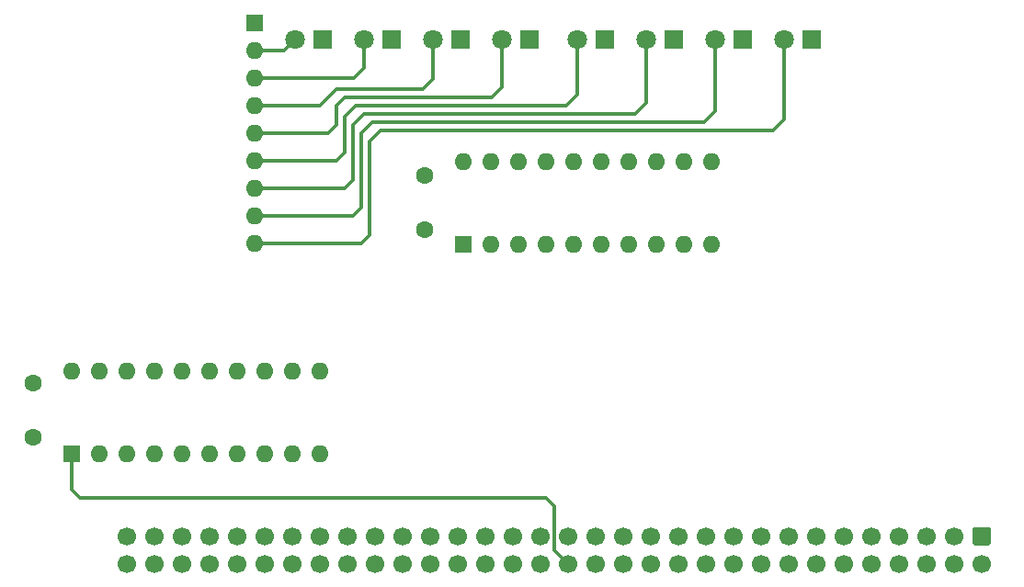
<source format=gbl>
G04 #@! TF.GenerationSoftware,KiCad,Pcbnew,5.1.6-c6e7f7d~87~ubuntu18.04.1*
G04 #@! TF.CreationDate,2020-09-06T16:42:54+12:00*
G04 #@! TF.ProjectId,M1 Temp Register,4d312054-656d-4702-9052-656769737465,rev?*
G04 #@! TF.SameCoordinates,Original*
G04 #@! TF.FileFunction,Copper,L4,Bot*
G04 #@! TF.FilePolarity,Positive*
%FSLAX46Y46*%
G04 Gerber Fmt 4.6, Leading zero omitted, Abs format (unit mm)*
G04 Created by KiCad (PCBNEW 5.1.6-c6e7f7d~87~ubuntu18.04.1) date 2020-09-06 16:42:54*
%MOMM*%
%LPD*%
G01*
G04 APERTURE LIST*
G04 #@! TA.AperFunction,ComponentPad*
%ADD10C,1.600000*%
G04 #@! TD*
G04 #@! TA.AperFunction,ComponentPad*
%ADD11C,1.700000*%
G04 #@! TD*
G04 #@! TA.AperFunction,ComponentPad*
%ADD12R,1.600000X1.600000*%
G04 #@! TD*
G04 #@! TA.AperFunction,ComponentPad*
%ADD13O,1.600000X1.600000*%
G04 #@! TD*
G04 #@! TA.AperFunction,ComponentPad*
%ADD14C,1.800000*%
G04 #@! TD*
G04 #@! TA.AperFunction,ComponentPad*
%ADD15R,1.800000X1.800000*%
G04 #@! TD*
G04 #@! TA.AperFunction,Conductor*
%ADD16C,0.330200*%
G04 #@! TD*
G04 APERTURE END LIST*
D10*
X140589000Y-102215000D03*
X140589000Y-107215000D03*
G04 #@! TA.AperFunction,ComponentPad*
G36*
G01*
X191297000Y-134659000D02*
X192497000Y-134659000D01*
G75*
G02*
X192747000Y-134909000I0J-250000D01*
G01*
X192747000Y-136109000D01*
G75*
G02*
X192497000Y-136359000I-250000J0D01*
G01*
X191297000Y-136359000D01*
G75*
G02*
X191047000Y-136109000I0J250000D01*
G01*
X191047000Y-134909000D01*
G75*
G02*
X191297000Y-134659000I250000J0D01*
G01*
G37*
G04 #@! TD.AperFunction*
D11*
X189357000Y-135509000D03*
X186817000Y-135509000D03*
X184277000Y-135509000D03*
X181737000Y-135509000D03*
X179197000Y-135509000D03*
X176657000Y-135509000D03*
X174117000Y-135509000D03*
X171577000Y-135509000D03*
X169037000Y-135509000D03*
X166497000Y-135509000D03*
X163957000Y-135509000D03*
X161417000Y-135509000D03*
X158877000Y-135509000D03*
X156337000Y-135509000D03*
X153797000Y-135509000D03*
X151257000Y-135509000D03*
X148717000Y-135509000D03*
X146177000Y-135509000D03*
X143637000Y-135509000D03*
X141097000Y-135509000D03*
X138557000Y-135509000D03*
X136017000Y-135509000D03*
X133477000Y-135509000D03*
X130937000Y-135509000D03*
X128397000Y-135509000D03*
X125857000Y-135509000D03*
X123317000Y-135509000D03*
X120777000Y-135509000D03*
X118237000Y-135509000D03*
X115697000Y-135509000D03*
X113157000Y-135509000D03*
X191897000Y-138049000D03*
X189357000Y-138049000D03*
X186817000Y-138049000D03*
X184277000Y-138049000D03*
X181737000Y-138049000D03*
X179197000Y-138049000D03*
X176657000Y-138049000D03*
X174117000Y-138049000D03*
X171577000Y-138049000D03*
X169037000Y-138049000D03*
X166497000Y-138049000D03*
X163957000Y-138049000D03*
X161417000Y-138049000D03*
X158877000Y-138049000D03*
X156337000Y-138049000D03*
X153797000Y-138049000D03*
X151257000Y-138049000D03*
X148717000Y-138049000D03*
X146177000Y-138049000D03*
X143637000Y-138049000D03*
X141097000Y-138049000D03*
X138557000Y-138049000D03*
X136017000Y-138049000D03*
X133477000Y-138049000D03*
X130937000Y-138049000D03*
X128397000Y-138049000D03*
X125857000Y-138049000D03*
X123317000Y-138049000D03*
X120777000Y-138049000D03*
X118237000Y-138049000D03*
X115697000Y-138049000D03*
X113157000Y-138049000D03*
D12*
X124968000Y-88165000D03*
D13*
X124968000Y-90705000D03*
X124968000Y-93245000D03*
X124968000Y-95785000D03*
X124968000Y-98325000D03*
X124968000Y-100865000D03*
X124968000Y-103405000D03*
X124968000Y-105945000D03*
X124968000Y-108485000D03*
D14*
X141351000Y-89689000D03*
D15*
X143891000Y-89689000D03*
X137541000Y-89689000D03*
D14*
X135001000Y-89689000D03*
D15*
X150241000Y-89689000D03*
D14*
X147701000Y-89689000D03*
D15*
X131191000Y-89689000D03*
D14*
X128651000Y-89689000D03*
X154686000Y-89689000D03*
D15*
X157226000Y-89689000D03*
D14*
X173736000Y-89689000D03*
D15*
X176276000Y-89689000D03*
D14*
X161036000Y-89689000D03*
D15*
X163576000Y-89689000D03*
X169926000Y-89689000D03*
D14*
X167386000Y-89689000D03*
D10*
X104521000Y-126365000D03*
X104521000Y-121365000D03*
D12*
X108077000Y-127889000D03*
D13*
X130937000Y-120269000D03*
X110617000Y-127889000D03*
X128397000Y-120269000D03*
X113157000Y-127889000D03*
X125857000Y-120269000D03*
X115697000Y-127889000D03*
X123317000Y-120269000D03*
X118237000Y-127889000D03*
X120777000Y-120269000D03*
X120777000Y-127889000D03*
X118237000Y-120269000D03*
X123317000Y-127889000D03*
X115697000Y-120269000D03*
X125857000Y-127889000D03*
X113157000Y-120269000D03*
X128397000Y-127889000D03*
X110617000Y-120269000D03*
X130937000Y-127889000D03*
X108077000Y-120269000D03*
X144145000Y-100992000D03*
X167005000Y-108612000D03*
X146685000Y-100992000D03*
X164465000Y-108612000D03*
X149225000Y-100992000D03*
X161925000Y-108612000D03*
X151765000Y-100992000D03*
X159385000Y-108612000D03*
X154305000Y-100992000D03*
X156845000Y-108612000D03*
X156845000Y-100992000D03*
X154305000Y-108612000D03*
X159385000Y-100992000D03*
X151765000Y-108612000D03*
X161925000Y-100992000D03*
X149225000Y-108612000D03*
X164465000Y-100992000D03*
X146685000Y-108612000D03*
X167005000Y-100992000D03*
D12*
X144145000Y-108612000D03*
D16*
X133223000Y-95023000D02*
X132461000Y-95785000D01*
X147701000Y-89689000D02*
X147701000Y-94134000D01*
X147701000Y-94134000D02*
X146812000Y-95023000D01*
X146812000Y-95023000D02*
X133223000Y-95023000D01*
X124968000Y-98325000D02*
X131699000Y-98325000D01*
X132461000Y-95785000D02*
X132461000Y-97563000D01*
X131699000Y-98325000D02*
X132461000Y-97563000D01*
X136525000Y-98071000D02*
X135509000Y-99087000D01*
X173736000Y-97055000D02*
X172720000Y-98071000D01*
X173736000Y-89689000D02*
X173736000Y-97055000D01*
X172720000Y-98071000D02*
X136525000Y-98071000D01*
X124968000Y-108485000D02*
X134747000Y-108485000D01*
X134747000Y-108485000D02*
X135509000Y-107723000D01*
X135509000Y-99087000D02*
X135509000Y-107723000D01*
X132461000Y-94261000D02*
X131699000Y-95023000D01*
X130937000Y-95785000D02*
X131699000Y-95023000D01*
X125603000Y-95785000D02*
X130937000Y-95785000D01*
X141351000Y-93372000D02*
X140462000Y-94261000D01*
X141351000Y-89689000D02*
X141351000Y-93372000D01*
X140462000Y-94261000D02*
X132461000Y-94261000D01*
X135001000Y-92356000D02*
X134112000Y-93245000D01*
X135001000Y-89689000D02*
X135001000Y-92356000D01*
X134112000Y-93245000D02*
X125603000Y-93245000D01*
X127635000Y-90705000D02*
X128651000Y-89689000D01*
X124968000Y-90705000D02*
X127635000Y-90705000D01*
X134239000Y-95785000D02*
X133223000Y-96801000D01*
X154686000Y-94769000D02*
X153670000Y-95785000D01*
X154686000Y-89689000D02*
X154686000Y-94769000D01*
X153670000Y-95785000D02*
X134239000Y-95785000D01*
X132461000Y-100865000D02*
X133223000Y-100103000D01*
X124968000Y-100865000D02*
X132461000Y-100865000D01*
X133223000Y-96801000D02*
X133223000Y-100103000D01*
X135001000Y-96547000D02*
X133985000Y-97563000D01*
X161036000Y-95531000D02*
X160020000Y-96547000D01*
X161036000Y-89689000D02*
X161036000Y-95531000D01*
X160020000Y-96547000D02*
X135001000Y-96547000D01*
X133223000Y-103405000D02*
X133985000Y-102643000D01*
X124968000Y-103405000D02*
X133223000Y-103405000D01*
X133985000Y-97563000D02*
X133985000Y-102643000D01*
X135763000Y-97309000D02*
X134747000Y-98325000D01*
X167386000Y-96293000D02*
X166370000Y-97309000D01*
X167386000Y-89689000D02*
X167386000Y-96293000D01*
X166370000Y-97309000D02*
X135763000Y-97309000D01*
X124968000Y-105945000D02*
X133985000Y-105945000D01*
X134747000Y-98325000D02*
X134747000Y-105183000D01*
X133985000Y-105945000D02*
X134747000Y-105183000D01*
X108077000Y-127889000D02*
X108077000Y-131191000D01*
X108077000Y-131191000D02*
X108839000Y-131953000D01*
X108839000Y-131953000D02*
X151765000Y-131953000D01*
X151765000Y-131953000D02*
X152527000Y-132715000D01*
X152527000Y-132715000D02*
X152527000Y-136779000D01*
X152527000Y-136779000D02*
X153797000Y-138049000D01*
M02*

</source>
